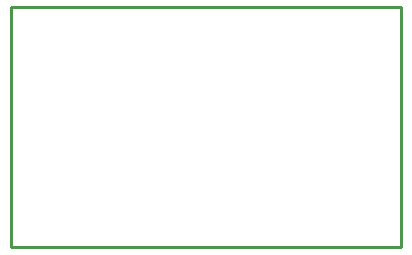
<source format=gko>
G04 Layer_Color=16711935*
%FSLAX24Y24*%
%MOIN*%
G70*
G01*
G75*
%ADD17C,0.0100*%
D17*
X0Y0D02*
Y8000D01*
X13000D01*
Y0D02*
Y8000D01*
X0Y0D02*
X13000D01*
M02*

</source>
